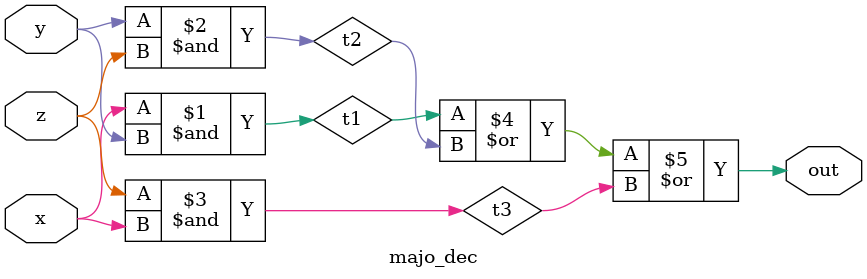
<source format=v>
`timescale 1ns / 1ps


module majo_dec(x,y,z,out);
input x,y,z;  
output out;
wire t1,t2,t3; 

 assign t1 = x&y;   
 assign t2 = y&z;
 assign t3 = z&x;  
 
 assign out = t1|t2|t3;
endmodule


</source>
